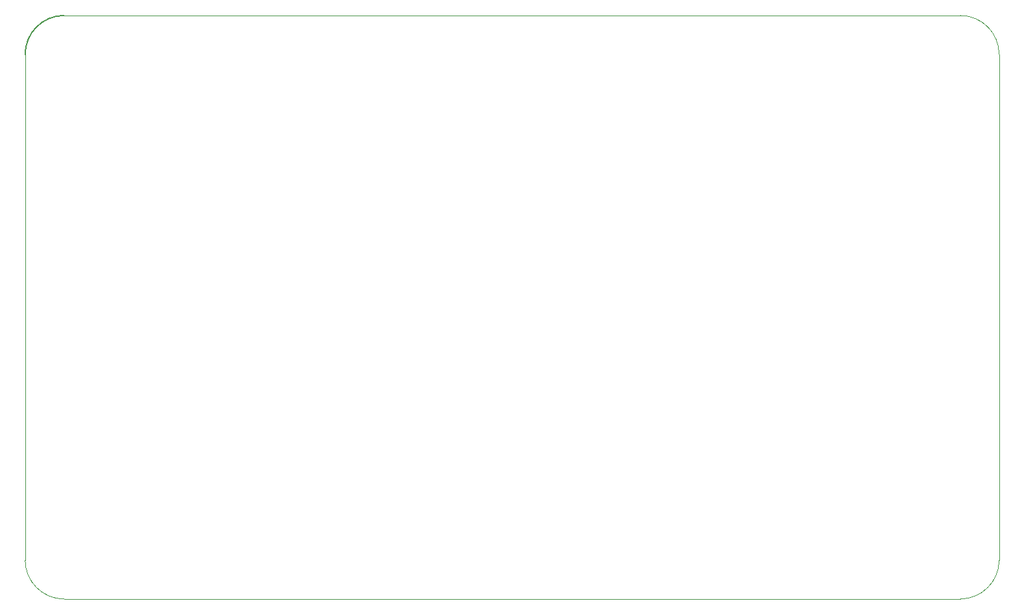
<source format=gbr>
%TF.GenerationSoftware,KiCad,Pcbnew,7.0.8*%
%TF.CreationDate,2023-10-19T15:00:40-04:00*%
%TF.ProjectId,ball_heater_controller,62616c6c-5f68-4656-9174-65725f636f6e,rev?*%
%TF.SameCoordinates,Original*%
%TF.FileFunction,Profile,NP*%
%FSLAX46Y46*%
G04 Gerber Fmt 4.6, Leading zero omitted, Abs format (unit mm)*
G04 Created by KiCad (PCBNEW 7.0.8) date 2023-10-19 15:00:40*
%MOMM*%
%LPD*%
G01*
G04 APERTURE LIST*
%TA.AperFunction,Profile*%
%ADD10C,0.100000*%
%TD*%
%TA.AperFunction,Profile*%
%ADD11C,0.200000*%
%TD*%
G04 APERTURE END LIST*
D10*
X203200000Y-55880000D02*
G75*
G03*
X198120000Y-50800000I-5080000J0D01*
G01*
D11*
X81280000Y-50800000D02*
G75*
G03*
X76200000Y-55880000I0J-5080000D01*
G01*
D10*
X203200000Y-55880000D02*
X203200000Y-121920000D01*
X81280000Y-50800000D02*
X198120000Y-50800000D01*
X198120000Y-127000000D02*
G75*
G03*
X203200000Y-121920000I0J5080000D01*
G01*
X198120000Y-127000000D02*
X81280000Y-127000000D01*
X76200000Y-121920000D02*
G75*
G03*
X81280000Y-127000000I5080000J0D01*
G01*
X76200000Y-121920000D02*
X76200000Y-55880000D01*
M02*

</source>
